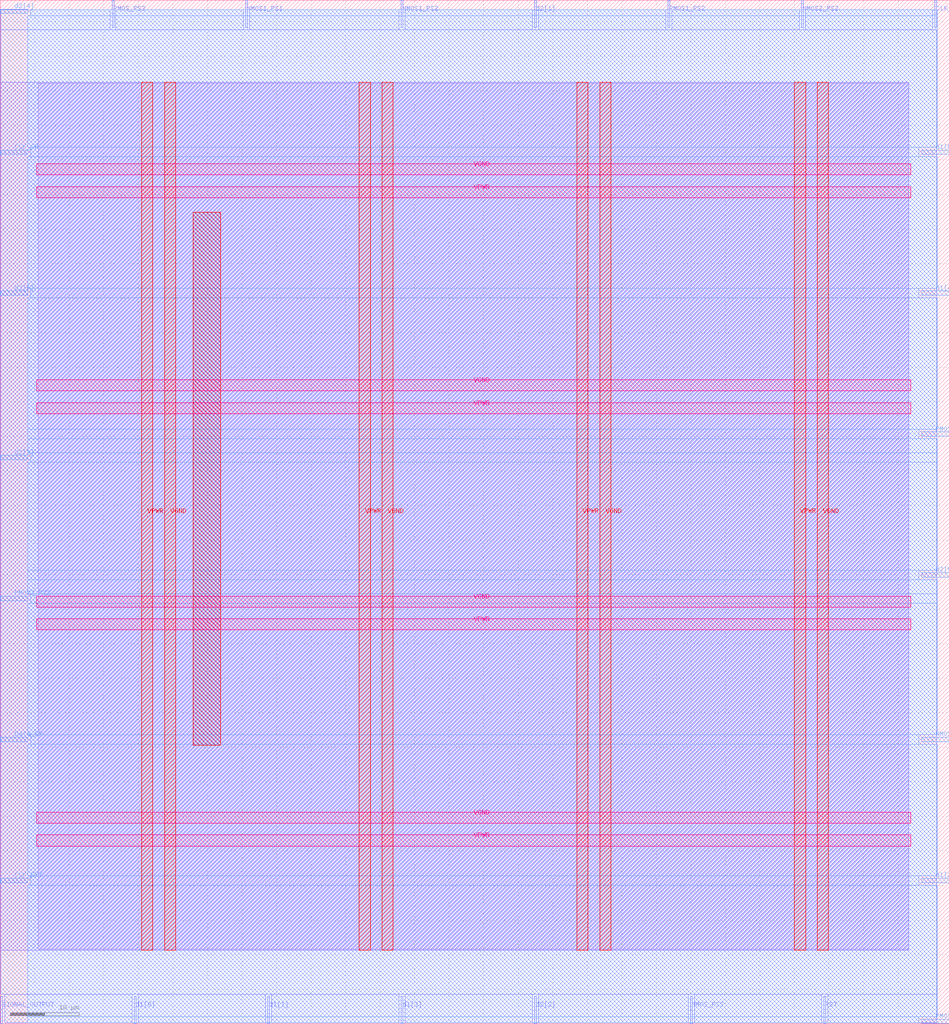
<source format=lef>
VERSION 5.7 ;
  NOWIREEXTENSIONATPIN ON ;
  DIVIDERCHAR "/" ;
  BUSBITCHARS "[]" ;
MACRO Top
  CLASS BLOCK ;
  FOREIGN Top ;
  ORIGIN 0.000 0.000 ;
  SIZE 137.405 BY 148.125 ;
  PIN CLK_EXT
    PORT
      LAYER met3 ;
        RECT 0.000 20.440 4.000 21.040 ;
    END
  END CLK_EXT
  PIN CLK_PLL
    PORT
      LAYER met2 ;
        RECT 135.330 144.125 135.610 148.125 ;
    END
  END CLK_PLL
  PIN CLK_SR
    PORT
      LAYER met3 ;
        RECT 0.000 125.840 4.000 126.440 ;
    END
  END CLK_SR
  PIN Data_SR
    PORT
      LAYER met3 ;
        RECT 0.000 40.840 4.000 41.440 ;
    END
  END Data_SR
  PIN NMOS1_PS1
    PORT
      LAYER met2 ;
        RECT 35.510 144.125 35.790 148.125 ;
    END
  END NMOS1_PS1
  PIN NMOS1_PS2
    PORT
      LAYER met2 ;
        RECT 58.050 144.125 58.330 148.125 ;
    END
  END NMOS1_PS2
  PIN NMOS2_PS1
    PORT
      LAYER met3 ;
        RECT 133.405 40.840 137.405 41.440 ;
    END
  END NMOS2_PS1
  PIN NMOS2_PS2
    PORT
      LAYER met2 ;
        RECT 116.010 144.125 116.290 148.125 ;
    END
  END NMOS2_PS2
  PIN NMOS_PS3
    PORT
      LAYER met2 ;
        RECT 99.910 0.000 100.190 4.000 ;
    END
  END NMOS_PS3
  PIN PMOS1_PS1
    PORT
      LAYER met3 ;
        RECT 133.405 85.040 137.405 85.640 ;
    END
  END PMOS1_PS1
  PIN PMOS1_PS2
    PORT
      LAYER met2 ;
        RECT 96.690 144.125 96.970 148.125 ;
    END
  END PMOS1_PS2
  PIN PMOS2_PS1
    PORT
      LAYER met3 ;
        RECT 133.405 0.040 137.405 0.640 ;
    END
  END PMOS2_PS1
  PIN PMOS2_PS2
    PORT
      LAYER met3 ;
        RECT 0.000 61.240 4.000 61.840 ;
    END
  END PMOS2_PS2
  PIN PMOS_PS3
    PORT
      LAYER met2 ;
        RECT 16.190 144.125 16.470 148.125 ;
    END
  END PMOS_PS3
  PIN RST
    PORT
      LAYER met2 ;
        RECT 119.230 0.000 119.510 4.000 ;
    END
  END RST
  PIN SIGNAL_OUTPUT
    PORT
      LAYER met2 ;
        RECT 0.090 0.000 0.370 4.000 ;
    END
  END SIGNAL_OUTPUT
  PIN VGND
    USE GROUND ;
    PORT
      LAYER met5 ;
        RECT 5.280 122.860 131.800 124.460 ;
    END
    PORT
      LAYER met5 ;
        RECT 5.280 91.580 131.800 93.180 ;
    END
    PORT
      LAYER met5 ;
        RECT 5.280 60.300 131.800 61.900 ;
    END
    PORT
      LAYER met5 ;
        RECT 5.280 29.020 131.800 30.620 ;
    END
    PORT
      LAYER met4 ;
        RECT 118.305 10.640 119.905 136.240 ;
    END
    PORT
      LAYER met4 ;
        RECT 86.795 10.640 88.395 136.240 ;
    END
    PORT
      LAYER met4 ;
        RECT 55.285 10.640 56.885 136.240 ;
    END
    PORT
      LAYER met4 ;
        RECT 23.775 10.640 25.375 136.240 ;
    END
  END VGND
  PIN VPWR
    USE POWER ;
    PORT
      LAYER met5 ;
        RECT 5.280 119.560 131.800 121.160 ;
    END
    PORT
      LAYER met5 ;
        RECT 5.280 88.280 131.800 89.880 ;
    END
    PORT
      LAYER met5 ;
        RECT 5.280 57.000 131.800 58.600 ;
    END
    PORT
      LAYER met5 ;
        RECT 5.280 25.720 131.800 27.320 ;
    END
    PORT
      LAYER met4 ;
        RECT 115.005 10.640 116.605 136.240 ;
    END
    PORT
      LAYER met4 ;
        RECT 83.495 10.640 85.095 136.240 ;
    END
    PORT
      LAYER met4 ;
        RECT 51.985 10.640 53.585 136.240 ;
    END
    PORT
      LAYER met4 ;
        RECT 20.475 10.640 22.075 136.240 ;
    END
  END VPWR
  PIN d1[0]
    PORT
      LAYER met2 ;
        RECT 19.410 0.000 19.690 4.000 ;
    END
  END d1[0]
  PIN d1[1]
    PORT
      LAYER met2 ;
        RECT 38.730 0.000 39.010 4.000 ;
    END
  END d1[1]
  PIN d1[2]
    PORT
      LAYER met3 ;
        RECT 133.405 20.440 137.405 21.040 ;
    END
  END d1[2]
  PIN d1[3]
    PORT
      LAYER met2 ;
        RECT 58.050 0.000 58.330 4.000 ;
    END
  END d1[3]
  PIN d1[4]
    PORT
      LAYER met3 ;
        RECT 133.405 105.440 137.405 106.040 ;
    END
  END d1[4]
  PIN d1[5]
    PORT
      LAYER met3 ;
        RECT 133.405 125.840 137.405 126.440 ;
    END
  END d1[5]
  PIN d2[0]
    PORT
      LAYER met3 ;
        RECT 0.000 105.440 4.000 106.040 ;
    END
  END d2[0]
  PIN d2[1]
    PORT
      LAYER met2 ;
        RECT 77.370 144.125 77.650 148.125 ;
    END
  END d2[1]
  PIN d2[2]
    PORT
      LAYER met2 ;
        RECT 77.370 0.000 77.650 4.000 ;
    END
  END d2[2]
  PIN d2[3]
    PORT
      LAYER met3 ;
        RECT 0.000 81.640 4.000 82.240 ;
    END
  END d2[3]
  PIN d2[4]
    PORT
      LAYER met3 ;
        RECT 0.000 146.240 4.000 146.840 ;
    END
  END d2[4]
  PIN d2[5]
    PORT
      LAYER met3 ;
        RECT 133.405 64.640 137.405 65.240 ;
    END
  END d2[5]
  OBS
      LAYER li1 ;
        RECT 5.520 10.795 131.560 136.085 ;
      LAYER met1 ;
        RECT 0.070 10.640 131.560 136.240 ;
      LAYER met2 ;
        RECT 0.100 143.845 15.910 146.725 ;
        RECT 16.750 143.845 35.230 146.725 ;
        RECT 36.070 143.845 57.770 146.725 ;
        RECT 58.610 143.845 77.090 146.725 ;
        RECT 77.930 143.845 96.410 146.725 ;
        RECT 97.250 143.845 115.730 146.725 ;
        RECT 116.570 143.845 135.050 146.725 ;
        RECT 0.100 4.280 135.610 143.845 ;
        RECT 0.650 0.155 19.130 4.280 ;
        RECT 19.970 0.155 38.450 4.280 ;
        RECT 39.290 0.155 57.770 4.280 ;
        RECT 58.610 0.155 77.090 4.280 ;
        RECT 77.930 0.155 99.630 4.280 ;
        RECT 100.470 0.155 118.950 4.280 ;
        RECT 119.790 0.155 135.610 4.280 ;
      LAYER met3 ;
        RECT 4.400 145.840 135.635 146.705 ;
        RECT 4.000 126.840 135.635 145.840 ;
        RECT 4.400 125.440 133.005 126.840 ;
        RECT 4.000 106.440 135.635 125.440 ;
        RECT 4.400 105.040 133.005 106.440 ;
        RECT 4.000 86.040 135.635 105.040 ;
        RECT 4.000 84.640 133.005 86.040 ;
        RECT 4.000 82.640 135.635 84.640 ;
        RECT 4.400 81.240 135.635 82.640 ;
        RECT 4.000 65.640 135.635 81.240 ;
        RECT 4.000 64.240 133.005 65.640 ;
        RECT 4.000 62.240 135.635 64.240 ;
        RECT 4.400 60.840 135.635 62.240 ;
        RECT 4.000 41.840 135.635 60.840 ;
        RECT 4.400 40.440 133.005 41.840 ;
        RECT 4.000 21.440 135.635 40.440 ;
        RECT 4.400 20.040 133.005 21.440 ;
        RECT 4.000 1.040 135.635 20.040 ;
        RECT 4.000 0.175 133.005 1.040 ;
      LAYER met4 ;
        RECT 27.895 40.295 31.905 117.465 ;
  END
END Top
END LIBRARY


</source>
